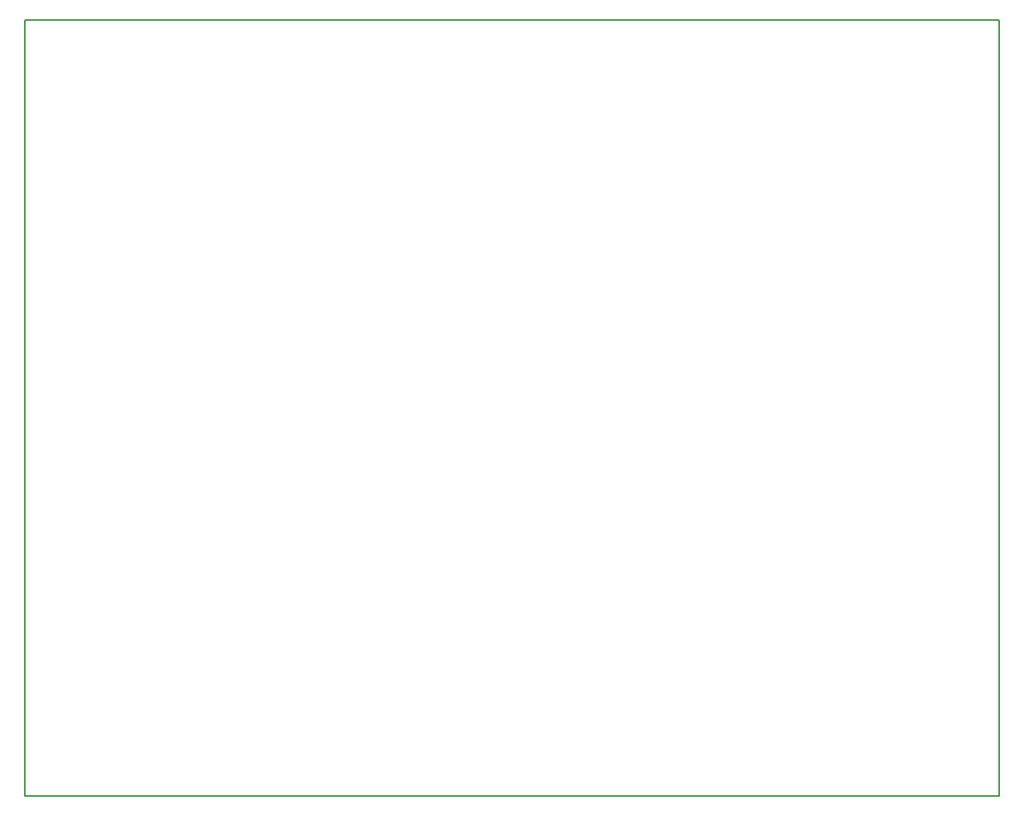
<source format=gm1>
G04 #@! TF.GenerationSoftware,KiCad,Pcbnew,5.0.2+dfsg1-1*
G04 #@! TF.CreationDate,2021-08-07T23:42:24+09:00*
G04 #@! TF.ProjectId,tmc-hv-enxtender,746d632d-6876-42d6-956e-7874656e6465,rev?*
G04 #@! TF.SameCoordinates,Original*
G04 #@! TF.FileFunction,Profile,NP*
%FSLAX46Y46*%
G04 Gerber Fmt 4.6, Leading zero omitted, Abs format (unit mm)*
G04 Created by KiCad (PCBNEW 5.0.2+dfsg1-1) date Sat 07 Aug 2021 11:42:24 PM JST*
%MOMM*%
%LPD*%
G01*
G04 APERTURE LIST*
%ADD10C,0.150000*%
G04 APERTURE END LIST*
D10*
X154305000Y-101600000D02*
X154305000Y-19685000D01*
X257175000Y-101600000D02*
X154305000Y-101600000D01*
X257175000Y-19685000D02*
X257175000Y-101600000D01*
X154305000Y-19685000D02*
X257175000Y-19685000D01*
M02*

</source>
